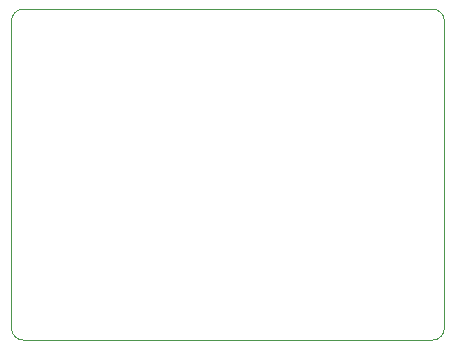
<source format=gbr>
%TF.GenerationSoftware,KiCad,Pcbnew,(6.0.4-0)*%
%TF.CreationDate,2022-03-26T13:16:05-05:00*%
%TF.ProjectId,EE515X_Project_No_Matching,45453531-3558-45f5-9072-6f6a6563745f,rev?*%
%TF.SameCoordinates,Original*%
%TF.FileFunction,Profile,NP*%
%FSLAX46Y46*%
G04 Gerber Fmt 4.6, Leading zero omitted, Abs format (unit mm)*
G04 Created by KiCad (PCBNEW (6.0.4-0)) date 2022-03-26 13:16:05*
%MOMM*%
%LPD*%
G01*
G04 APERTURE LIST*
%TA.AperFunction,Profile*%
%ADD10C,0.100000*%
%TD*%
G04 APERTURE END LIST*
D10*
X78696420Y-90380420D02*
G75*
G03*
X77680420Y-91396420I-20J-1015980D01*
G01*
X78696420Y-90380420D02*
X113327580Y-90380420D01*
X113327580Y-118407580D02*
G75*
G03*
X114343580Y-117391580I20J1015980D01*
G01*
X114343580Y-91396420D02*
X114343580Y-117391580D01*
X114343580Y-91396420D02*
G75*
G03*
X113327580Y-90380420I-1015980J20D01*
G01*
X77680420Y-117391580D02*
G75*
G03*
X78696420Y-118407580I1015980J-20D01*
G01*
X113327580Y-118407580D02*
X78696420Y-118407580D01*
X77680420Y-117391580D02*
X77680420Y-91396420D01*
M02*

</source>
